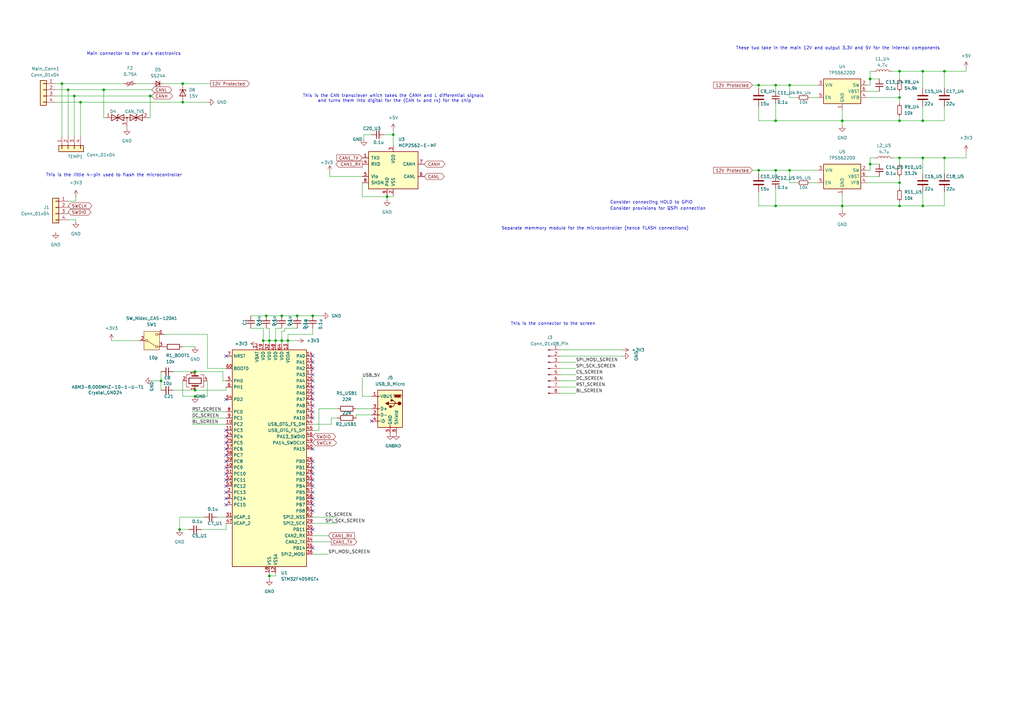
<source format=kicad_sch>
(kicad_sch (version 20231120) (generator "eeschema") (generator_version "8.0")
  (paper "A3")
  (lib_symbols
    (symbol "Connector:Conn_01x08_Pin" (pin_names (offset 1.016) hide)
      (property "Reference" "J" (at 0 10.16 0))
      (property "Value" "Conn_01x08_Pin" (at 0 -12.7 0))
      (symbol "Conn_01x08_Pin_1_1"
        (pin passive line (at 5.08 7.62 180) (length 3.81) (name "Pin_1") (number "1"))
        (pin passive line (at 5.08 5.08 180) (length 3.81) (name "Pin_2") (number "2"))
        (pin passive line (at 5.08 2.54 180) (length 3.81) (name "Pin_3") (number "3"))
        (pin passive line (at 5.08 0 180) (length 3.81) (name "Pin_4") (number "4"))
        (pin passive line (at 5.08 -2.54 180) (length 3.81) (name "Pin_5") (number "5"))
        (pin passive line (at 5.08 -5.08 180) (length 3.81) (name "Pin_6") (number "6"))
        (pin passive line (at 5.08 -7.62 180) (length 3.81) (name "Pin_7") (number "7"))
        (pin passive line (at 5.08 -10.16 180) (length 3.81) (name "Pin_8") (number "8"))
      )
    )
    (symbol "Connector:USB_B_Micro" (pin_names (offset 1.016))
      (property "Reference" "J" (at -5.08 11.43 0))
      (property "Value" "USB_B_Micro" (at -5.08 8.89 0))
      (symbol "USB_B_Micro_1_1"
        (pin power_out line (at 7.62 5.08 180) (length 2.54) (name "VBUS") (number "1"))
        (pin bidirectional line (at 7.62 -2.54 180) (length 2.54) (name "D-") (number "2"))
        (pin bidirectional line (at 7.62 0 180) (length 2.54) (name "D+") (number "3"))
        (pin passive line (at 7.62 -5.08 180) (length 2.54) (name "ID") (number "4"))
        (pin power_out line (at 0 -10.16 90) (length 2.54) (name "GND") (number "5"))
        (pin passive line (at -2.54 -10.16 90) (length 2.54) (name "Shield") (number "6"))
      )
    )
    (symbol "Connector_Generic:Conn_01x04" (pin_names (offset 1.016) hide)
      (property "Reference" "J" (at 0 5.08 0))
      (property "Value" "Conn_01x04" (at 0 -7.62 0))
      (symbol "Conn_01x04_1_1"
        (pin passive line (at -5.08 2.54 0) (length 3.81) (name "Pin_1") (number "1"))
        (pin passive line (at -5.08 0 0) (length 3.81) (name "Pin_2") (number "2"))
        (pin passive line (at -5.08 -2.54 0) (length 3.81) (name "Pin_3") (number "3"))
        (pin passive line (at -5.08 -5.08 0) (length 3.81) (name "Pin_4") (number "4"))
      )
    )
    (symbol "Device:C" (pin_numbers hide) (pin_names (offset 0.254))
      (property "Reference" "C" (at 0.635 2.54 0))
      (property "Value" "C" (at 0.635 -2.54 0))
      (symbol "C_1_1"
        (pin passive line (at 0 3.81 270) (length 2.794) (name "~") (number "1"))
        (pin passive line (at 0 -3.81 90) (length 2.794) (name "~") (number "2"))
      )
    )
    (symbol "Device:C_Small" (pin_numbers hide) (pin_names (offset 0.254) hide)
      (property "Reference" "C" (at 0.254 1.778 0))
      (property "Value" "C_Small" (at 0.254 -2.032 0))
      (symbol "C_Small_1_1"
        (pin passive line (at 0 2.54 270) (length 2.032) (name "~") (number "1"))
        (pin passive line (at 0 -2.54 90) (length 2.032) (name "~") (number "2"))
      )
    )
    (symbol "Device:Crystal_GND24" (pin_names (offset 1.016) hide)
      (property "Reference" "Y" (at 3.175 5.08 0))
      (property "Value" "Crystal_GND24" (at 3.175 3.175 0))
      (symbol "Crystal_GND24_1_1"
        (pin passive line (at -3.81 0 0) (length 1.27) (name "1") (number "1"))
        (pin passive line (at 0 5.08 270) (length 1.27) (name "2") (number "2"))
        (pin passive line (at 3.81 0 180) (length 1.27) (name "3") (number "3"))
        (pin passive line (at 0 -5.08 90) (length 1.27) (name "4") (number "4"))
      )
    )
    (symbol "Device:D_Small" (pin_numbers hide) (pin_names (offset 0.254) hide)
      (property "Reference" "D" (at -1.27 2.032 0))
      (property "Value" "D_Small" (at -3.81 -2.032 0))
      (symbol "D_Small_1_1"
        (pin passive line (at -2.54 0 0) (length 1.778) (name "K") (number "1"))
        (pin passive line (at 2.54 0 180) (length 1.778) (name "A") (number "2"))
      )
    )
    (symbol "Device:D_TVS_Dual_AAC" (pin_names (offset 1.016) hide)
      (property "Reference" "D" (at 0 4.445 0))
      (property "Value" "D_TVS_Dual_AAC" (at 0 2.54 0))
      (symbol "D_TVS_Dual_AAC_1_1"
        (pin passive line (at -8.89 0 0) (length 2.54) (name "A1") (number "1"))
        (pin passive line (at 8.89 0 180) (length 2.54) (name "A2") (number "2"))
        (pin input line (at 0 -3.81 90) (length 2.54) (name "common") (number "3"))
      )
    )
    (symbol "Device:D_Zener" (pin_numbers hide) (pin_names (offset 1.016) hide)
      (property "Reference" "D" (at 0 2.54 0))
      (property "Value" "D_Zener" (at 0 -2.54 0))
      (symbol "D_Zener_1_1"
        (pin passive line (at -3.81 0 0) (length 2.54) (name "K") (number "1"))
        (pin passive line (at 3.81 0 180) (length 2.54) (name "A") (number "2"))
      )
    )
    (symbol "Device:L" (pin_numbers hide) (pin_names (offset 1.016) hide)
      (property "Reference" "L" (at -1.27 0 90))
      (property "Value" "L" (at 1.905 0 90))
      (symbol "L_1_1"
        (pin passive line (at 0 3.81 270) (length 1.27) (name "1") (number "1"))
        (pin passive line (at 0 -3.81 90) (length 1.27) (name "2") (number "2"))
      )
    )
    (symbol "Device:Polyfuse_Small" (pin_numbers hide) (pin_names (offset 0))
      (property "Reference" "F" (at -1.905 0 90))
      (property "Value" "Polyfuse_Small" (at 1.905 0 90))
      (symbol "Polyfuse_Small_1_1"
        (pin passive line (at 0 2.54 270) (length 0.635) (name "~") (number "1"))
        (pin passive line (at 0 -2.54 90) (length 0.635) (name "~") (number "2"))
      )
    )
    (symbol "Device:R" (pin_numbers hide) (pin_names (offset 0))
      (property "Reference" "R" (at 2.032 0 90))
      (property "Value" "R" (at 0 0 90))
      (symbol "R_1_1"
        (pin passive line (at 0 3.81 270) (length 1.27) (name "~") (number "1"))
        (pin passive line (at 0 -3.81 90) (length 1.27) (name "~") (number "2"))
      )
    )
    (symbol "Device:R_Small" (pin_numbers hide) (pin_names (offset 0.254) hide)
      (property "Reference" "R" (at 0.762 0.508 0))
      (property "Value" "R_Small" (at 0.762 -1.016 0))
      (symbol "R_Small_1_1"
        (pin passive line (at 0 2.54 270) (length 0.762) (name "~") (number "1"))
        (pin passive line (at 0 -2.54 90) (length 0.762) (name "~") (number "2"))
      )
    )
    (symbol "Interface_CAN_LIN:MCP2562-E-MF" (pin_names (offset 1.016))
      (property "Reference" "U" (at -10.16 8.89 0))
      (property "Value" "MCP2562-E-MF" (at 2.54 8.89 0))
      (symbol "MCP2562-E-MF_1_1"
        (pin input line (at -12.7 5.08 0) (length 2.54) (name "TXD") (number "1"))
        (pin power_in line (at 0 -10.16 90) (length 2.54) (name "VSS") (number "2"))
        (pin power_in line (at 0 10.16 270) (length 2.54) (name "VDD") (number "3"))
        (pin output line (at -12.7 2.54 0) (length 2.54) (name "RXD") (number "4"))
        (pin power_in line (at -12.7 -2.54 0) (length 2.54) (name "Vio") (number "5"))
        (pin bidirectional line (at 12.7 -2.54 180) (length 2.54) (name "CANL") (number "6"))
        (pin bidirectional line (at 12.7 2.54 180) (length 2.54) (name "CANH") (number "7"))
        (pin input line (at -12.7 -5.08 0) (length 2.54) (name "SHDN") (number "8"))
        (pin power_in line (at -2.54 -10.16 90) (length 2.54) (name "PAD") (number "9"))
      )
    )
    (symbol "MCU_ST_STM32F4:STM32F405RGTx"
      (property "Reference" "U1" (at 4.7341 -45.72 0))
      (property "Value" "STM32F405RGTx" (at 4.7341 -48.26 0))
      (symbol "STM32F405RGTx_1_1"
        (pin power_in line (at -5.08 48.26 270) (length 2.54) (name "VBAT") (number "1"))
        (pin bidirectional line (at -17.78 15.24 0) (length 2.54) (name "PC2") (number "10"))
        (pin bidirectional line (at -17.78 12.7 0) (length 2.54) (name "PC3") (number "11") (alternate "SPI2_MOSI" bidirectional line))
        (pin power_in line (at 2.54 -45.72 90) (length 2.54) (name "VSSA") (number "12"))
        (pin power_in line (at 7.62 48.26 270) (length 2.54) (name "VDDA") (number "13"))
        (pin bidirectional line (at 17.78 43.18 180) (length 2.54) (name "PA0") (number "14"))
        (pin bidirectional line (at 17.78 40.64 180) (length 2.54) (name "PA1") (number "15"))
        (pin bidirectional line (at 17.78 38.1 180) (length 2.54) (name "PA2") (number "16"))
        (pin bidirectional line (at 17.78 35.56 180) (length 2.54) (name "PA3") (number "17"))
        (pin power_in line (at 0 -45.72 90) (length 2.54) (name "VSS") (number "18"))
        (pin power_in line (at -2.54 48.26 270) (length 2.54) (name "VDD") (number "19"))
        (pin bidirectional line (at -17.78 -12.7 0) (length 2.54) (name "PC13") (number "2"))
        (pin bidirectional line (at 17.78 33.02 180) (length 2.54) (name "PA4") (number "20") (alternate "" input line) (alternate "" input line))
        (pin bidirectional line (at 17.78 30.48 180) (length 2.54) (name "PA5") (number "21"))
        (pin bidirectional line (at 17.78 27.94 180) (length 2.54) (name "PA6") (number "22"))
        (pin bidirectional line (at 17.78 25.4 180) (length 2.54) (name "PA7") (number "23"))
        (pin bidirectional line (at -17.78 10.16 0) (length 2.54) (name "PC4") (number "24"))
        (pin bidirectional line (at -17.78 7.62 0) (length 2.54) (name "PC5") (number "25"))
        (pin bidirectional line (at 17.78 0 180) (length 2.54) (name "PB0") (number "26"))
        (pin bidirectional line (at 17.78 -2.54 180) (length 2.54) (name "PB1") (number "27"))
        (pin bidirectional line (at 17.78 -5.08 180) (length 2.54) (name "PB2") (number "28"))
        (pin bidirectional line (at 17.78 -25.4 180) (length 2.54) (name "PB10") (number "29") (alternate "SPI2_SCK" bidirectional line))
        (pin bidirectional line (at -17.78 -15.24 0) (length 2.54) (name "PC14") (number "3"))
        (pin bidirectional line (at 17.78 -27.94 180) (length 2.54) (name "PB11") (number "30"))
        (pin power_out line (at -17.78 -22.86 0) (length 2.54) (name "VCAP_1") (number "31"))
        (pin power_in line (at 0 48.26 270) (length 2.54) (name "VDD") (number "32"))
        (pin bidirectional line (at 17.78 -30.48 180) (length 2.54) (name "PB12") (number "33") (alternate "CAN2_RX" bidirectional line) (alternate "SPI2_NSS" bidirectional line))
        (pin bidirectional line (at 17.78 -33.02 180) (length 2.54) (name "PB13") (number "34") (alternate "CAN2_TX" bidirectional line) (alternate "SPI2_SCK" bidirectional line))
        (pin bidirectional line (at 17.78 -35.56 180) (length 2.54) (name "PB14") (number "35"))
        (pin bidirectional line (at 17.78 -38.1 180) (length 2.54) (name "PB15") (number "36") (alternate "SPI2_MOSI" bidirectional line))
        (pin bidirectional line (at -17.78 5.08 0) (length 2.54) (name "PC6") (number "37"))
        (pin bidirectional line (at -17.78 2.54 0) (length 2.54) (name "PC7") (number "38"))
        (pin bidirectional line (at -17.78 0 0) (length 2.54) (name "PC8") (number "39"))
        (pin bidirectional line (at -17.78 -17.78 0) (length 2.54) (name "PC15") (number "4"))
        (pin bidirectional line (at -17.78 -2.54 0) (length 2.54) (name "PC9") (number "40"))
        (pin bidirectional line (at 17.78 22.86 180) (length 2.54) (name "PA8") (number "41"))
        (pin bidirectional line (at 17.78 20.32 180) (length 2.54) (name "PA9") (number "42"))
        (pin bidirectional line (at 17.78 17.78 180) (length 2.54) (name "PA10") (number "43"))
        (pin bidirectional line (at 17.78 15.24 180) (length 2.54) (name "PA11") (number "44") (alternate "USB_OTG_FS_DM" bidirectional line))
        (pin bidirectional line (at 17.78 12.7 180) (length 2.54) (name "PA12") (number "45") (alternate "USB_OTG_FS_DP" bidirectional line))
        (pin bidirectional line (at 17.78 10.16 180) (length 2.54) (name "PA13_SWDIO") (number "46"))
        (pin power_out line (at -17.78 -25.4 0) (length 2.54) (name "VCAP_2") (number "47"))
        (pin power_in line (at 2.54 48.26 270) (length 2.54) (name "VDD") (number "48"))
        (pin bidirectional line (at 17.78 7.62 180) (length 2.54) (name "PA14_SWDCLK") (number "49"))
        (pin bidirectional line (at -17.78 33.02 0) (length 2.54) (name "PH0") (number "5"))
        (pin bidirectional line (at 17.78 5.08 180) (length 2.54) (name "PA15") (number "50"))
        (pin bidirectional line (at -17.78 -5.08 0) (length 2.54) (name "PC10") (number "51"))
        (pin bidirectional line (at -17.78 -7.62 0) (length 2.54) (name "PC11") (number "52"))
        (pin bidirectional line (at -17.78 -10.16 0) (length 2.54) (name "PC12") (number "53"))
        (pin bidirectional line (at -17.78 25.4 0) (length 2.54) (name "PD2") (number "54"))
        (pin bidirectional line (at 17.78 -7.62 180) (length 2.54) (name "PB3") (number "55") (alternate "" input line))
        (pin bidirectional line (at 17.78 -10.16 180) (length 2.54) (name "PB4") (number "56") (alternate "" input line) (alternate "" input line))
        (pin bidirectional line (at 17.78 -12.7 180) (length 2.54) (name "PB5") (number "57") (alternate "CAN2_RX" bidirectional line) (alternate "" input line))
        (pin bidirectional line (at 17.78 -15.24 180) (length 2.54) (name "PB6") (number "58") (alternate "CAN2_TX" bidirectional line))
        (pin bidirectional line (at 17.78 -17.78 180) (length 2.54) (name "PB7") (number "59"))
        (pin bidirectional line (at -17.78 30.48 0) (length 2.54) (name "PH1") (number "6"))
        (pin input line (at -17.78 38.1 0) (length 2.54) (name "BOOT0") (number "60"))
        (pin bidirectional line (at 17.78 -20.32 180) (length 2.54) (name "PB8") (number "61"))
        (pin bidirectional line (at 17.78 -22.86 180) (length 2.54) (name "PB9") (number "62") (alternate "SPI2_NSS" bidirectional line))
        (pin passive line (at 0 -45.72 90) (length 2.54) hide (name "VSS") (number "63"))
        (pin power_in line (at 5.08 48.26 270) (length 2.54) (name "VDD") (number "64"))
        (pin input line (at -17.78 43.18 0) (length 2.54) (name "NRST") (number "7"))
        (pin bidirectional line (at -17.78 20.32 0) (length 2.54) (name "PC0") (number "8"))
        (pin bidirectional line (at -17.78 17.78 0) (length 2.54) (name "PC1") (number "9"))
      )
    )
    (symbol "Regulator_Switching:TPS562200"
      (property "Reference" "U" (at -7.62 6.35 0))
      (property "Value" "TPS562200" (at -2.54 6.35 0))
      (symbol "TPS562200_1_1"
        (pin power_in line (at 0 -7.62 90) (length 2.54) (name "GND") (number "1"))
        (pin output line (at 10.16 2.54 180) (length 2.54) (name "SW") (number "2"))
        (pin power_in line (at -10.16 2.54 0) (length 2.54) (name "VIN") (number "3"))
        (pin input line (at 10.16 -2.54 180) (length 2.54) (name "VFB") (number "4"))
        (pin input line (at -10.16 -2.54 0) (length 2.54) (name "EN") (number "5"))
        (pin passive line (at 10.16 0 180) (length 2.54) (name "VBST") (number "6"))
      )
    )
    (symbol "Switch:SW_Nidec_CAS-120A1" (pin_names (offset 1) hide)
      (property "Reference" "SW" (at 0 4.318 0))
      (property "Value" "SW_Nidec_CAS-120A1" (at 0 -5.08 0))
      (symbol "SW_Nidec_CAS-120A1_1_1"
        (pin passive line (at 5.08 -2.54 180) (length 2.54) (name "C") (number "1"))
        (pin passive line (at -5.08 0 0) (length 2.54) (name "B") (number "2"))
        (pin passive line (at 5.08 2.54 180) (length 2.54) (name "A") (number "3"))
      )
    )
    (symbol "power:+3.3V" (power) (pin_names (offset 0))
      (property "Value" "+3.3V" (at 0 3.556 0))
      (symbol "+3.3V_1_1"
        (pin power_in line (at 0 0 90) (length 0) hide (name "+3V3") (number "1"))
      )
    )
    (symbol "power:+5V" (power) (pin_names (offset 0))
      (property "Value" "+5V" (at 0 3.556 0))
      (symbol "+5V_1_1"
        (pin power_in line (at 0 0 90) (length 0) hide (name "+5V") (number "1"))
      )
    )
    (symbol "power:GND" (power) (pin_names (offset 0))
      (property "Value" "GND" (at 0 -3.81 0))
      (symbol "GND_1_1"
        (pin power_in line (at 0 0 270) (length 0) hide (name "GND") (number "1"))
      )
    )
  )
  (junction (at 318.135 49.53))
  (junction (at 311.15 69.85))
  (junction (at 387.35 29.21))
  (junction (at 25.4 34.29))
  (junction (at 356.87 32.385))
  (junction (at 27.94 36.83))
  (junction (at 73.66 217.17))
  (junction (at 74.93 34.29))
  (junction (at 121.92 129.54))
  (junction (at 128.27 129.54))
  (junction (at 109.22 129.54))
  (junction (at 378.46 49.53))
  (junction (at 110.49 236.22))
  (junction (at 356.87 67.31))
  (junction (at 368.935 29.21))
  (junction (at 323.85 34.925))
  (junction (at 115.57 129.54))
  (junction (at 368.935 49.53))
  (junction (at 61.595 39.37))
  (junction (at 80.01 152.4))
  (junction (at 74.93 41.91))
  (junction (at 66.04 156.21))
  (junction (at 107.95 139.7))
  (junction (at 368.935 40.005))
  (junction (at 42.545 36.83))
  (junction (at 110.49 139.7))
  (junction (at 378.46 29.21))
  (junction (at 311.15 34.925))
  (junction (at 115.57 139.7))
  (junction (at 345.44 84.455))
  (junction (at 80.01 162.56))
  (junction (at 378.46 64.77))
  (junction (at 161.29 55.245))
  (junction (at 318.135 69.85))
  (junction (at 80.01 160.02))
  (junction (at 318.135 34.925))
  (junction (at 158.75 80.645))
  (junction (at 368.935 74.93))
  (junction (at 33.02 41.91))
  (junction (at 118.11 139.7))
  (junction (at 345.44 49.53))
  (junction (at 368.935 84.455))
  (junction (at 387.35 64.77))
  (junction (at 368.935 64.77))
  (junction (at 30.48 39.37))
  (junction (at 113.03 139.7))
  (junction (at 318.135 84.455))
  (junction (at 323.85 69.85))
  (junction (at 378.46 84.455))
  (no_connect (at 92.71 196.85))
  (no_connect (at 128.27 207.01))
  (no_connect (at 92.71 204.47))
  (no_connect (at 128.27 171.45))
  (no_connect (at 92.71 146.05))
  (no_connect (at 128.27 153.67))
  (no_connect (at 128.27 148.59))
  (no_connect (at 128.27 217.17))
  (no_connect (at 128.27 156.21))
  (no_connect (at 128.27 151.13))
  (no_connect (at 92.71 199.39))
  (no_connect (at 128.27 163.83))
  (no_connect (at 128.27 189.23))
  (no_connect (at 128.27 224.79))
  (no_connect (at 92.71 176.53))
  (no_connect (at 92.71 186.69))
  (no_connect (at 128.27 191.77))
  (no_connect (at 128.27 199.39))
  (no_connect (at 92.71 189.23))
  (no_connect (at 128.27 194.31))
  (no_connect (at 92.71 179.07))
  (no_connect (at 92.71 207.01))
  (no_connect (at 92.71 191.77))
  (no_connect (at 92.71 163.83))
  (no_connect (at 128.27 209.55))
  (no_connect (at 128.27 184.15))
  (no_connect (at 128.27 158.75))
  (no_connect (at 128.27 201.93))
  (no_connect (at 92.71 181.61))
  (no_connect (at 128.27 146.05))
  (no_connect (at 128.27 204.47))
  (no_connect (at 128.27 166.37))
  (no_connect (at 92.71 194.31))
  (no_connect (at 92.71 201.93))
  (no_connect (at 128.27 196.85))
  (no_connect (at 152.4 172.72))
  (no_connect (at 92.71 184.15))
  (no_connect (at 128.27 168.91))
  (no_connect (at 128.27 161.29))
  (wire (pts (xy 378.46 64.77) (xy 387.35 64.77)))
  (wire (pts (xy 22.86 36.83) (xy 27.94 36.83)))
  (wire (pts (xy 66.04 156.21) (xy 66.04 160.02)))
  (wire (pts (xy 161.29 80.645) (xy 161.29 80.01)))
  (wire (pts (xy 148.59 154.94) (xy 148.59 162.56)))
  (wire (pts (xy 229.87 148.59) (xy 236.22 148.59)))
  (wire (pts (xy 146.05 170.18) (xy 146.05 171.45)))
  (wire (pts (xy 378.46 29.21) (xy 378.46 36.195)))
  (wire (pts (xy 387.35 29.21) (xy 387.35 36.195)))
  (wire (pts (xy 396.24 27.94) (xy 396.24 29.21)))
  (wire (pts (xy 387.35 49.53) (xy 387.35 43.815)))
  (wire (pts (xy 318.135 69.85) (xy 323.85 69.85)))
  (wire (pts (xy 110.49 236.22) (xy 110.49 237.49)))
  (wire (pts (xy 355.6 74.93) (xy 368.935 74.93)))
  (wire (pts (xy 52.07 52.07) (xy 52.07 52.705)))
  (wire (pts (xy 158.75 80.645) (xy 158.75 81.915)))
  (wire (pts (xy 74.93 142.24) (xy 80.01 142.24)))
  (wire (pts (xy 311.15 34.925) (xy 311.15 36.195)))
  (wire (pts (xy 107.95 139.7) (xy 110.49 139.7)))
  (wire (pts (xy 365.76 29.21) (xy 368.935 29.21)))
  (wire (pts (xy 135.255 70.485) (xy 135.255 72.39)))
  (wire (pts (xy 355.6 40.005) (xy 368.935 40.005)))
  (wire (pts (xy 66.04 152.4) (xy 66.04 156.21)))
  (wire (pts (xy 318.135 34.925) (xy 318.135 37.465)))
  (wire (pts (xy 116.84 135.89) (xy 115.57 135.89)))
  (wire (pts (xy 27.94 85.09) (xy 27.94 84.455)))
  (wire (pts (xy 74.93 162.56) (xy 80.01 162.56)))
  (wire (pts (xy 110.49 234.95) (xy 110.49 236.22)))
  (wire (pts (xy 149.225 57.15) (xy 149.225 55.245)))
  (wire (pts (xy 110.49 139.7) (xy 110.49 140.97)))
  (wire (pts (xy 311.15 49.53) (xy 318.135 49.53)))
  (wire (pts (xy 113.03 236.22) (xy 113.03 234.95)))
  (wire (pts (xy 88.9 212.09) (xy 92.71 212.09)))
  (wire (pts (xy 92.71 151.13) (xy 85.09 151.13)))
  (wire (pts (xy 115.57 139.7) (xy 115.57 140.97)))
  (wire (pts (xy 107.95 139.7) (xy 107.95 140.97)))
  (wire (pts (xy 146.05 167.64) (xy 152.4 167.64)))
  (wire (pts (xy 25.4 34.29) (xy 50.8 34.29)))
  (wire (pts (xy 318.135 84.455) (xy 345.44 84.455)))
  (wire (pts (xy 91.44 156.21) (xy 92.71 156.21)))
  (wire (pts (xy 318.135 77.47) (xy 318.135 84.455)))
  (wire (pts (xy 396.24 62.23) (xy 396.24 64.77)))
  (wire (pts (xy 345.44 49.53) (xy 368.935 49.53)))
  (wire (pts (xy 135.89 222.25) (xy 128.27 222.25)))
  (wire (pts (xy 113.03 139.7) (xy 115.57 139.7)))
  (wire (pts (xy 396.24 29.21) (xy 387.35 29.21)))
  (wire (pts (xy 368.935 40.005) (xy 368.935 42.545)))
  (wire (pts (xy 78.74 171.45) (xy 92.71 171.45)))
  (wire (pts (xy 311.15 84.455) (xy 318.135 84.455)))
  (wire (pts (xy 128.27 134.62) (xy 128.27 137.16)))
  (wire (pts (xy 80.01 152.4) (xy 91.44 152.4)))
  (wire (pts (xy 311.15 34.925) (xy 318.135 34.925)))
  (wire (pts (xy 356.87 32.385) (xy 356.87 29.21)))
  (wire (pts (xy 229.87 156.21) (xy 236.22 156.21)))
  (wire (pts (xy 135.89 171.45) (xy 135.89 173.99)))
  (wire (pts (xy 27.94 82.55) (xy 31.115 82.55)))
  (wire (pts (xy 110.49 139.7) (xy 113.03 139.7)))
  (wire (pts (xy 368.935 72.39) (xy 368.935 74.93)))
  (wire (pts (xy 31.115 90.17) (xy 27.94 90.17)))
  (wire (pts (xy 118.11 137.16) (xy 118.11 139.7)))
  (wire (pts (xy 396.24 64.77) (xy 387.35 64.77)))
  (wire (pts (xy 368.935 82.55) (xy 368.935 84.455)))
  (wire (pts (xy 368.935 29.21) (xy 368.935 32.385)))
  (wire (pts (xy 229.87 143.51) (xy 255.27 143.51)))
  (wire (pts (xy 115.57 129.54) (xy 121.92 129.54)))
  (wire (pts (xy 148.59 162.56) (xy 152.4 162.56)))
  (wire (pts (xy 71.12 160.02) (xy 80.01 160.02)))
  (wire (pts (xy 135.89 171.45) (xy 138.43 171.45)))
  (wire (pts (xy 128.27 214.63) (xy 138.43 214.63)))
  (wire (pts (xy 356.87 32.385) (xy 356.87 34.925)))
  (wire (pts (xy 157.48 55.245) (xy 161.29 55.245)))
  (wire (pts (xy 387.35 84.455) (xy 387.35 78.74)))
  (wire (pts (xy 67.31 34.29) (xy 74.93 34.29)))
  (wire (pts (xy 378.46 71.12) (xy 378.46 64.77)))
  (wire (pts (xy 130.81 167.64) (xy 130.81 176.53)))
  (wire (pts (xy 27.94 36.83) (xy 27.94 55.88)))
  (wire (pts (xy 138.43 167.64) (xy 130.81 167.64)))
  (wire (pts (xy 128.27 137.16) (xy 118.11 137.16)))
  (wire (pts (xy 110.49 236.22) (xy 113.03 236.22)))
  (wire (pts (xy 30.48 39.37) (xy 61.595 39.37)))
  (wire (pts (xy 378.46 84.455) (xy 387.35 84.455)))
  (wire (pts (xy 55.88 34.29) (xy 62.23 34.29)))
  (wire (pts (xy 229.87 158.75) (xy 236.22 158.75)))
  (wire (pts (xy 135.89 173.99) (xy 128.27 173.99)))
  (wire (pts (xy 134.62 219.71) (xy 128.27 219.71)))
  (wire (pts (xy 107.95 134.62) (xy 107.95 139.7)))
  (wire (pts (xy 356.87 67.31) (xy 360.68 67.31)))
  (wire (pts (xy 73.66 212.09) (xy 73.66 217.17)))
  (wire (pts (xy 355.6 34.925) (xy 356.87 34.925)))
  (wire (pts (xy 355.6 69.85) (xy 356.87 69.85)))
  (wire (pts (xy 378.46 78.74) (xy 378.46 84.455)))
  (wire (pts (xy 71.12 152.4) (xy 80.01 152.4)))
  (wire (pts (xy 368.935 74.93) (xy 368.935 77.47)))
  (wire (pts (xy 308.61 69.85) (xy 311.15 69.85)))
  (wire (pts (xy 318.135 42.545) (xy 318.135 49.53)))
  (wire (pts (xy 85.09 137.16) (xy 67.31 137.16)))
  (wire (pts (xy 85.09 162.56) (xy 85.09 156.21)))
  (wire (pts (xy 327.025 40.005) (xy 323.85 40.005)))
  (wire (pts (xy 91.44 152.4) (xy 91.44 156.21)))
  (wire (pts (xy 33.02 55.88) (xy 33.02 41.91)))
  (wire (pts (xy 74.93 41.91) (xy 85.09 41.91)))
  (wire (pts (xy 80.01 162.56) (xy 85.09 162.56)))
  (wire (pts (xy 113.03 139.7) (xy 113.03 140.97)))
  (wire (pts (xy 148.59 74.93) (xy 148.59 80.645)))
  (wire (pts (xy 356.87 67.31) (xy 356.87 64.77)))
  (wire (pts (xy 130.81 176.53) (xy 128.27 176.53)))
  (wire (pts (xy 22.86 34.29) (xy 25.4 34.29)))
  (wire (pts (xy 45.72 139.7) (xy 57.15 139.7)))
  (wire (pts (xy 345.44 49.53) (xy 345.44 51.435)))
  (wire (pts (xy 368.935 64.77) (xy 368.935 67.31)))
  (wire (pts (xy 22.86 39.37) (xy 30.48 39.37)))
  (wire (pts (xy 92.71 160.02) (xy 92.71 158.75)))
  (wire (pts (xy 368.935 84.455) (xy 378.46 84.455)))
  (wire (pts (xy 115.57 139.7) (xy 118.11 139.7)))
  (wire (pts (xy 128.27 212.09) (xy 138.43 212.09)))
  (wire (pts (xy 27.94 36.83) (xy 42.545 36.83)))
  (wire (pts (xy 61.595 48.26) (xy 61.595 39.37)))
  (wire (pts (xy 42.545 36.83) (xy 42.545 48.26)))
  (wire (pts (xy 229.87 153.67) (xy 236.22 153.67)))
  (wire (pts (xy 387.35 64.77) (xy 387.35 71.12)))
  (wire (pts (xy 318.135 69.85) (xy 318.135 72.39)))
  (wire (pts (xy 378.46 64.77) (xy 368.935 64.77)))
  (wire (pts (xy 33.02 41.91) (xy 74.93 41.91)))
  (wire (pts (xy 80.01 160.02) (xy 92.71 160.02)))
  (wire (pts (xy 128.27 129.54) (xy 132.08 129.54)))
  (wire (pts (xy 113.03 134.62) (xy 113.03 139.7)))
  (wire (pts (xy 323.85 69.85) (xy 335.28 69.85)))
  (wire (pts (xy 82.55 217.17) (xy 92.71 217.17)))
  (wire (pts (xy 311.15 69.85) (xy 311.15 71.12)))
  (wire (pts (xy 308.61 34.925) (xy 311.15 34.925)))
  (wire (pts (xy 311.15 34.29) (xy 311.15 34.925)))
  (wire (pts (xy 31.115 82.55) (xy 31.115 80.645)))
  (wire (pts (xy 62.23 36.83) (xy 42.545 36.83)))
  (wire (pts (xy 323.85 40.005) (xy 323.85 34.925)))
  (wire (pts (xy 368.935 49.53) (xy 378.46 49.53)))
  (wire (pts (xy 323.85 74.93) (xy 323.85 69.85)))
  (wire (pts (xy 78.74 168.91) (xy 92.71 168.91)))
  (wire (pts (xy 311.15 69.85) (xy 318.135 69.85)))
  (wire (pts (xy 229.87 161.29) (xy 236.22 161.29)))
  (wire (pts (xy 311.15 78.74) (xy 311.15 84.455)))
  (wire (pts (xy 318.135 49.53) (xy 345.44 49.53)))
  (wire (pts (xy 345.44 45.085) (xy 345.44 49.53)))
  (wire (pts (xy 332.105 40.005) (xy 335.28 40.005)))
  (wire (pts (xy 62.23 39.37) (xy 61.595 39.37)))
  (wire (pts (xy 73.66 217.17) (xy 77.47 217.17)))
  (wire (pts (xy 368.935 37.465) (xy 368.935 40.005)))
  (wire (pts (xy 356.87 32.385) (xy 360.68 32.385)))
  (wire (pts (xy 323.85 34.925) (xy 335.28 34.925)))
  (wire (pts (xy 92.71 214.63) (xy 92.71 217.17)))
  (wire (pts (xy 110.49 134.62) (xy 110.49 139.7)))
  (wire (pts (xy 115.57 135.89) (xy 115.57 139.7)))
  (wire (pts (xy 355.6 37.465) (xy 360.68 37.465)))
  (wire (pts (xy 161.29 55.245) (xy 161.29 59.69)))
  (wire (pts (xy 368.935 29.21) (xy 378.46 29.21)))
  (wire (pts (xy 149.225 55.245) (xy 152.4 55.245)))
  (wire (pts (xy 356.87 67.31) (xy 356.87 69.85)))
  (wire (pts (xy 311.15 43.815) (xy 311.15 49.53)))
  (wire (pts (xy 356.87 29.21) (xy 358.14 29.21)))
  (wire (pts (xy 356.87 64.77) (xy 358.775 64.77)))
  (wire (pts (xy 327.025 74.93) (xy 323.85 74.93)))
  (wire (pts (xy 229.87 146.05) (xy 255.27 146.05)))
  (wire (pts (xy 128.27 227.33) (xy 134.62 227.33)))
  (wire (pts (xy 345.44 80.01) (xy 345.44 84.455)))
  (wire (pts (xy 229.87 151.13) (xy 236.22 151.13)))
  (wire (pts (xy 115.57 134.62) (xy 113.03 134.62)))
  (wire (pts (xy 148.59 80.645) (xy 158.75 80.645)))
  (wire (pts (xy 60.96 48.26) (xy 61.595 48.26)))
  (wire (pts (xy 366.395 64.77) (xy 368.935 64.77)))
  (wire (pts (xy 62.23 156.21) (xy 66.04 156.21)))
  (wire (pts (xy 85.09 151.13) (xy 85.09 137.16)))
  (wire (pts (xy 78.74 173.99) (xy 92.71 173.99)))
  (wire (pts (xy 158.75 80.01) (xy 158.75 80.645)))
  (wire (pts (xy 116.84 134.62) (xy 116.84 135.89)))
  (wire (pts (xy 161.29 53.34) (xy 161.29 55.245)))
  (wire (pts (xy 121.92 134.62) (xy 116.84 134.62)))
  (wire (pts (xy 30.48 39.37) (xy 30.48 55.88)))
  (wire (pts (xy 22.86 41.91) (xy 33.02 41.91)))
  (wire (pts (xy 332.105 74.93) (xy 335.28 74.93)))
  (wire (pts (xy 378.46 49.53) (xy 387.35 49.53)))
  (wire (pts (xy 318.135 34.925) (xy 323.85 34.925)))
  (wire (pts (xy 345.44 84.455) (xy 345.44 86.36)))
  (wire (pts (xy 135.255 72.39) (xy 148.59 72.39)))
  (wire (pts (xy 74.93 34.29) (xy 86.36 34.29)))
  (wire (pts (xy 25.4 34.29) (xy 25.4 55.88)))
  (wire (pts (xy 43.18 48.26) (xy 42.545 48.26)))
  (wire (pts (xy 110.49 134.62) (xy 109.22 134.62)))
  (wire (pts (xy 74.93 156.21) (xy 74.93 162.56)))
  (wire (pts (xy 355.6 72.39) (xy 360.68 72.39)))
  (wire (pts (xy 121.92 129.54) (xy 128.27 129.54)))
  (wire (pts (xy 152.4 170.18) (xy 146.05 170.18)))
  (wire (pts (xy 378.46 29.21) (xy 387.35 29.21)))
  (wire (pts (xy 27.94 87.63) (xy 27.94 86.995)))
  (wire (pts (xy 158.75 80.645) (xy 161.29 80.645)))
  (wire (pts (xy 31.115 90.805) (xy 31.115 90.17)))
  (wire (pts (xy 345.44 84.455) (xy 368.935 84.455)))
  (wire (pts (xy 368.935 47.625) (xy 368.935 49.53)))
  (wire (pts (xy 109.22 129.54) (xy 115.57 129.54)))
  (wire (pts (xy 378.46 43.815) (xy 378.46 49.53)))
  (wire (pts (xy 102.87 129.54) (xy 109.22 129.54)))
  (wire (pts (xy 102.87 134.62) (xy 107.95 134.62)))
  (wire (pts (xy 83.82 212.09) (xy 73.66 212.09)))
  (wire (pts (xy 118.11 139.7) (xy 118.11 140.97)))
  (wire (pts (xy 118.11 139.7) (xy 121.92 139.7)))
  (text "These two take in the main 12V and output 3.3V and 5V for the internal components" (at 343.662 19.812 0) (effects (font (size 1.27 1.27))))
  (text "Consider connecting HOLD to GPIO" (at 250.19 83.82 0) (effects (font (size 1.27 1.27)) (justify left bottom)))
  (text "This is the connector to the screen\n" (at 226.822 132.842 0) (effects (font (size 1.27 1.27))))
  (text "Separate memmory module for the microcontroller (hence FLASH connections)" (at 244.094 93.726 0) (effects (font (size 1.27 1.27))))
  (text "Consider provisions for QSPI connection\n" (at 250.19 86.36 0) (effects (font (size 1.27 1.27)) (justify left bottom)))
  (text "Main connector to the car's electronics" (at 54.864 22.098 0) (effects (font (size 1.27 1.27))))
  (text "This is the CAN transciever which takes the CANH and L differential signals \nand turns them into digital for the (CAN tx and rx) for the chip" (at 161.798 40.386 0) (effects (font (size 1.27 1.27))))
  (text "This is the little 4-pin used to flash the microcontroller\n" (at 46.736 71.882 0) (effects (font (size 1.27 1.27))))
  (label "RST_SCREEN" (at 78.74 168.91 0))
  (label "CS_SCREEN" (at 133.35 212.09 0))
  (label "USB_5V" (at 148.59 154.94 0))
  (label "DC_SCREEN" (at 78.74 171.45 0))
  (label "SPI_SCK_SCREEN" (at 236.22 151.13 0))
  (label "SPI_MOSI_SCREEN" (at 236.22 148.59 0))
  (label "RST_SCREEN" (at 236.22 158.75 0))
  (label "SPI_MOSI_SCREEN" (at 134.62 227.33 0))
  (label "DC_SCREEN" (at 236.22 156.21 0))
  (label "BL_SCREEN" (at 78.74 173.99 0))
  (label "CS_SCREEN" (at 236.22 153.67 0))
  (label "BL_SCREEN" (at 236.22 161.29 0))
  (label "SPI_SCK_SCREEN" (at 133.35 214.63 0))
  (global_label "12V Protected" (shape output) (at 86.36 34.29 0) (property "Intersheetrefs" "${INTERSHEET_REFS}" (effects (hide yes))))
  (global_label "CANH" (shape bidirectional) (at 173.99 67.31 0) (property "Intersheetrefs" "${INTERSHEET_REFS}" (effects (hide yes))))
  (global_label "CAN1_TX" (shape input) (at 148.59 64.77 180) (property "Intersheetrefs" "${INTERSHEET_REFS}" (effects (hide yes))))
  (global_label "12V Protected" (shape input) (at 308.61 69.85 180) (property "Intersheetrefs" "${INTERSHEET_REFS}" (effects (hide yes))))
  (global_label "SWDIO" (shape bidirectional) (at 27.94 86.995 0) (property "Intersheetrefs" "${INTERSHEET_REFS}" (effects (hide yes))))
  (global_label "SWDIO" (shape bidirectional) (at 128.27 179.07 0) (property "Intersheetrefs" "${INTERSHEET_REFS}" (effects (hide yes))))
  (global_label "CAN1_RX" (shape input) (at 134.62 219.71 0) (property "Intersheetrefs" "${INTERSHEET_REFS}" (effects (hide yes))))
  (global_label "CAN1_RX" (shape output) (at 148.59 67.31 180) (property "Intersheetrefs" "${INTERSHEET_REFS}" (effects (hide yes))))
  (global_label "CANH" (shape bidirectional) (at 62.23 39.37 0) (property "Intersheetrefs" "${INTERSHEET_REFS}" (effects (hide yes))))
  (global_label "12V Protected" (shape input) (at 308.61 34.925 180) (property "Intersheetrefs" "${INTERSHEET_REFS}" (effects (hide yes))))
  (global_label "CAN1_TX" (shape output) (at 135.89 222.25 0) (property "Intersheetrefs" "${INTERSHEET_REFS}" (effects (hide yes))))
  (global_label "CANL" (shape bidirectional) (at 173.99 72.39 0) (property "Intersheetrefs" "${INTERSHEET_REFS}" (effects (hide yes))))
  (global_label "SWCLK" (shape bidirectional) (at 27.94 84.455 0) (property "Intersheetrefs" "${INTERSHEET_REFS}" (effects (hide yes))))
  (global_label "SWCLK" (shape bidirectional) (at 128.27 181.61 0) (property "Intersheetrefs" "${INTERSHEET_REFS}" (effects (hide yes))))
  (global_label "CANL" (shape bidirectional) (at 62.23 36.83 0) (property "Intersheetrefs" "${INTERSHEET_REFS}" (effects (hide yes))))
  (symbol (lib_id "Device:C_Small") (at 318.135 40.005 0) (unit 1)
    (property "Reference" "C11_U4" (at 318.77 38.1 0) (effects (justify left)))
    (property "Value" "0.1u" (at 318.77 41.91 0) (effects (justify left)))
    (property "Footprint" "Capacitor_SMD:C_0603_1608Metric_Pad1.08x0.95mm_HandSolder" (effects (hide yes)))
  )
  (symbol (lib_id "power:+3.3V") (at 45.72 139.7 0) (unit 1)
    (property "Reference" "#PWR07" (effects (hide yes)))
    (property "Value" "+3V3" (at 45.72 134.62 0))
  )
  (symbol (lib_id "power:GND") (at 110.49 237.49 0) (unit 1)
    (property "Reference" "#PWR06" (effects (hide yes)))
    (property "Value" "GND" (at 110.49 242.57 0))
  )
  (symbol (lib_id "Device:D_Small") (at 64.77 34.29 180) (unit 1)
    (property "Reference" "D5" (at 64.77 28.575 0))
    (property "Value" "SS24A" (at 64.77 31.115 0))
    (property "Footprint" "Diode_SMD:D_SMA" (effects (hide yes)))
    (property "Datasheet" "https://docs.rs-online.com/a7bf/0900766b814bbf7a.pdf" (effects (hide yes)))
    (property "Order Code" "RS 917-9186" (effects (hide yes)))
    (property "Manufacturer Part No." "SS24A" (effects (hide yes)))
  )
  (symbol (lib_id "Device:Crystal_GND24") (at 80.01 156.21 90) (unit 1)
    (property "Reference" "ABM3-8.000MHZ-10-1-U-T1" (at 44.196 158.75 90))
    (property "Value" "Crystal_GND24" (at 43.18 161.036 90))
    (property "Footprint" "Crystal:Crystal_SMD_Abracon_ABM3B-4Pin_5.0x3.2mm" (effects (hide yes)))
    (property "Datasheet" "https://www.mouser.co.uk/datasheet/2/3/abm3b-1774998.pdf" (effects (hide yes)))
    (property "Description" "Four pin crystal, GND on pins 2 and 4" (effects (hide yes)))
  )
  (symbol (lib_id "MCU_ST_STM32F4:STM32F405RGTx") (at 110.49 189.23 0) (unit 1)
    (property "Reference" "U1" (at 115.2241 234.95 0) (effects (justify left)))
    (property "Value" "STM32F405RGTx" (at 115.2241 237.49 0) (effects (justify left)))
    (property "Footprint" "Package_QFP:LQFP-64_10x10mm_P0.5mm" (effects (hide yes)))
    (property "Datasheet" "https://www.st.com/resource/en/datasheet/stm32f405rg.pdf" (effects (hide yes)))
    (property "Description" "STMicroelectronics Arm Cortex-M4 MCU, 1024KB flash, 192KB RAM, 168 MHz, 1.8-3.6V, 51 GPIO, LQFP64" (effects (hide yes)))
    (pin "34" (alternate "CAN2_TX"))
    (pin "62" (alternate "SPI2_NSS"))
    (pin "20" (alternate "PA4"))
    (pin "45" (alternate "USB_OTG_FS_DP"))
    (pin "56" (alternate "PB4"))
    (pin "57" (alternate "PB5"))
    (pin "29" (alternate "SPI2_SCK"))
    (pin "44" (alternate "USB_OTG_FS_DM"))
    (pin "33" (alternate "CAN2_RX"))
    (pin "36" (alternate "SPI2_MOSI"))
  )
  (symbol (lib_id "power:GND") (at 149.225 57.15 0) (unit 1)
    (property "Reference" "#PWR021" (effects (hide yes)))
    (property "Value" "GND" (at 146.685 57.15 0))
  )
  (symbol (lib_id "Device:C_Small") (at 154.94 55.245 90) (unit 1)
    (property "Reference" "C20_U3" (at 156.21 52.705 90) (effects (justify left)))
    (property "Value" "0.1u" (at 157.48 58.42 90) (effects (justify left)))
    (property "Footprint" "Capacitor_SMD:C_0603_1608Metric_Pad1.08x0.95mm_HandSolder" (effects (hide yes)))
  )
  (symbol (lib_id "Device:C_Small") (at 360.68 69.85 0) (unit 1)
    (property "Reference" "C14_U5" (at 363.22 68.5862 0) (effects (justify left)))
    (property "Value" "0.1u" (at 363.22 71.1262 0) (effects (justify left)))
    (property "Footprint" "Capacitor_SMD:C_0603_1608Metric_Pad1.08x0.95mm_HandSolder" (effects (hide yes)))
  )
  (symbol (lib_id "power:+3.3V") (at 135.255 70.485 0) (unit 1)
    (property "Reference" "#PWR020" (effects (hide yes)))
    (property "Value" "+3V3" (at 133.985 66.675 0))
  )
  (symbol (lib_id "Device:C") (at 387.35 74.93 0) (unit 1)
    (property "Reference" "C18_U5" (at 387.985 72.39 0) (effects (justify left)))
    (property "Value" "22u" (at 387.985 77.47 0) (effects (justify left)))
    (property "Footprint" "Capacitor_SMD:C_1210_3225Metric_Pad1.33x2.70mm_HandSolder" (effects (hide yes)))
  )
  (symbol (lib_id "Device:C_Small") (at 102.87 132.08 180) (unit 1)
    (property "Reference" "C1" (at 100.33 130.81 90) (effects (justify left)))
    (property "Value" "0.1u" (at 106.045 129.54 90) (effects (justify left)))
    (property "Footprint" "Capacitor_SMD:C_0603_1608Metric_Pad1.08x0.95mm_HandSolder" (effects (hide yes)))
  )
  (symbol (lib_id "power:GND") (at 345.44 86.36 0) (unit 1)
    (property "Reference" "#PWR0128" (effects (hide yes)))
    (property "Value" "GND" (at 345.44 92.075 0))
  )
  (symbol (lib_id "Device:R_Small") (at 329.565 74.93 90) (unit 1)
    (property "Reference" "R5_U5" (at 329.565 73.025 90))
    (property "Value" "10k" (at 329.565 76.835 90))
    (property "Footprint" "Resistor_SMD:R_0603_1608Metric_Pad0.98x0.95mm_HandSolder" (effects (hide yes)))
  )
  (symbol (lib_id "power:GND") (at 158.75 81.915 0) (unit 1)
    (property "Reference" "#PWR022" (effects (hide yes)))
    (property "Value" "GND" (at 158.75 86.995 0))
  )
  (symbol (lib_id "Device:C_Small") (at 86.36 212.09 270) (unit 1)
    (property "Reference" "C7_U1" (at 85.09 214.63 90) (effects (justify left)))
    (property "Value" "0.1u" (at 85.09 208.788 90) (effects (justify left)))
    (property "Footprint" "Capacitor_SMD:C_0603_1608Metric_Pad1.08x0.95mm_HandSolder" (effects (hide yes)))
  )
  (symbol (lib_id "power:GND") (at 255.27 146.05 90) (unit 1)
    (property "Reference" "#PWR05" (effects (hide yes)))
    (property "Value" "GND" (at 260.985 146.05 0))
  )
  (symbol (lib_id "power:GND") (at 345.44 51.435 0) (unit 1)
    (property "Reference" "#PWR0121" (effects (hide yes)))
    (property "Value" "GND" (at 345.44 56.515 0))
  )
  (symbol (lib_id "power:GND") (at 162.56 177.8 0) (unit 1)
    (property "Reference" "#PWR03" (effects (hide yes)))
    (property "Value" "GND" (at 162.56 182.88 0))
    (property "Description" "Power symbol creates a global label with name \"GND\" , ground" (effects (hide yes)))
  )
  (symbol (lib_id "Connector:Conn_01x08_Pin") (at 224.79 151.13 0) (unit 1)
    (property "Reference" "J3" (at 225.425 138.43 0))
    (property "Value" "Conn_01x08_Pin" (at 225.425 140.97 0))
    (property "Footprint" "Connector_PinHeader_2.54mm:PinHeader_1x08_P2.54mm_Vertical" (effects (hide yes)))
    (property "Description" "Generic connector, single row, 01x08, script generated" (effects (hide yes)))
  )
  (symbol (lib_id "Connector_Generic:Conn_01x04") (at 22.86 85.09 0) (mirror y) (unit 1)
    (property "Reference" "J1" (at 20.32 85.0899 0) (effects (justify left)))
    (property "Value" "Conn_01x04" (at 20.32 87.6299 0) (effects (justify left)))
    (property "Footprint" "Connector_PinHeader_2.54mm:PinHeader_1x04_P2.54mm_Vertical" (effects (hide yes)))
    (property "Description" "Generic connector, single row, 01x04, script generated (kicad-library-utils/schlib/autogen/connector/)" (effects (hide yes)))
  )
  (symbol (lib_id "power:GND") (at 80.01 162.56 0) (unit 1)
    (property "Reference" "#PWR017" (effects (hide yes)))
    (property "Value" "GND" (at 82.296 162.56 0))
    (property "Description" "Power symbol creates a global label with name \"GND\" , ground" (effects (hide yes)))
  )
  (symbol (lib_id "Device:L") (at 362.585 64.77 90) (unit 1)
    (property "Reference" "L2_U5" (at 362.585 59.69 90))
    (property "Value" "4.7u" (at 362.585 62.23 90))
    (property "Footprint" "Inductor_SMD:L_0603_1608Metric_Pad1.05x0.95mm_HandSolder" (effects (hide yes)))
  )
  (symbol (lib_id "Device:C_Small") (at 80.01 217.17 270) (unit 1)
    (property "Reference" "C5_U1" (at 78.74 219.71 90) (effects (justify left)))
    (property "Value" "0.1u" (at 78.74 213.868 90) (effects (justify left)))
    (property "Footprint" "Capacitor_SMD:C_0603_1608Metric_Pad1.08x0.95mm_HandSolder" (effects (hide yes)))
  )
  (symbol (lib_id "Device:C") (at 387.35 40.005 0) (unit 1)
    (property "Reference" "C17_U4" (at 387.985 37.465 0) (effects (justify left)))
    (property "Value" "22u" (at 387.985 42.545 0) (effects (justify left)))
    (property "Footprint" "Capacitor_SMD:C_1210_3225Metric_Pad1.33x2.70mm_HandSolder" (effects (hide yes)))
  )
  (symbol (lib_id "Interface_CAN_LIN:MCP2562-E-MF") (at 161.29 69.85 0) (unit 1)
    (property "Reference" "U3" (at 163.3094 57.15 0) (effects (justify left)))
    (property "Value" "MCP2562-E-MF" (at 163.3094 59.69 0) (effects (justify left)))
    (property "Footprint" "Package_SO:SOIC-8_3.9x4.9mm_P1.27mm" (effects (hide yes)))
    (property "Datasheet" "http://ww1.microchip.com/downloads/en/DeviceDoc/25167A.pdf" (effects (hide yes)))
  )
  (symbol (lib_id "Regulator_Switching:TPS562200") (at 345.44 37.465 0) (unit 1)
    (property "Reference" "U4" (at 345.44 27.305 0))
    (property "Value" "TPS562200" (at 345.44 29.845 0))
    (property "Footprint" "Package_TO_SOT_SMD:SOT-23-6" (effects (hide yes)))
    (property "Datasheet" "http://www.ti.com/lit/ds/symlink/tps563200.pdf" (effects (hide yes)))
  )
  (symbol (lib_id "Device:C") (at 378.46 40.005 0) (unit 1)
    (property "Reference" "C15_U4" (at 379.095 37.465 0) (effects (justify left)))
    (property "Value" "22u" (at 379.095 42.545 0) (effects (justify left)))
    (property "Footprint" "Capacitor_SMD:C_1210_3225Metric_Pad1.33x2.70mm_HandSolder" (effects (hide yes)))
  )
  (symbol (lib_id "power:+5V") (at 161.29 53.34 0) (unit 1)
    (property "Reference" "#PWR023" (effects (hide yes)))
    (property "Value" "+5V" (at 161.29 48.26 0))
  )
  (symbol (lib_id "power:+3.3V") (at 121.92 139.7 270) (unit 1)
    (property "Reference" "#PWR011" (effects (hide yes)))
    (property "Value" "+3V3" (at 125.73 139.6999 90) (effects (justify left)))
  )
  (symbol (lib_id "Device:C_Small") (at 121.92 132.08 180) (unit 1)
    (property "Reference" "C4" (at 119.38 130.81 90) (effects (justify left)))
    (property "Value" "0.1u" (at 125.095 130.81 90) (effects (justify left)))
    (property "Footprint" "Capacitor_SMD:C_0603_1608Metric_Pad1.08x0.95mm_HandSolder" (effects (hide yes)))
  )
  (symbol (lib_id "Device:R_Small") (at 368.935 45.085 0) (unit 1)
    (property "Reference" "R9_U4" (at 370.84 43.815 0) (effects (justify left)))
    (property "Value" "10k" (at 370.84 46.355 0) (effects (justify left)))
    (property "Footprint" "Resistor_SMD:R_0603_1608Metric_Pad0.98x0.95mm_HandSolder" (effects (hide yes)))
  )
  (symbol (lib_id "Device:R") (at 71.12 142.24 90) (unit 1)
    (property "Reference" "R1_BOOT1" (at 68.072 145.796 90) (effects (justify right)))
    (property "Value" "10k" (at 68.072 148.336 90) (effects (justify right)))
    (property "Footprint" "Resistor_SMD:R_0603_1608Metric_Pad0.98x0.95mm_HandSolder" (effects (hide yes)))
    (property "Description" "Resistor" (effects (hide yes)))
  )
  (symbol (lib_id "Device:Polyfuse_Small") (at 53.34 34.29 90) (unit 1)
    (property "Reference" "F2" (at 53.34 27.94 90))
    (property "Value" "0.75A" (at 53.34 30.48 90))
    (property "Footprint" "Fuse:Fuse_1812_4532Metric_Pad1.30x3.40mm_HandSolder" (effects (hide yes)))
    (property "Manufacturer Part No." "1206L075/16WR" (effects (hide yes)))
    (property "Order Code" "Farnell 2786572" (effects (hide yes)))
  )
  (symbol (lib_id "power:GND") (at 80.01 142.24 0) (unit 1)
    (property "Reference" "#PWR08" (effects (hide yes)))
    (property "Value" "GND" (at 80.01 147.32 0))
    (property "Description" "Power symbol creates a global label with name \"GND\" , ground" (effects (hide yes)))
  )
  (symbol (lib_id "power:+5V") (at 396.24 27.94 0) (unit 1)
    (property "Reference" "#PWR0124" (effects (hide yes)))
    (property "Value" "+5V" (at 396.24 22.86 0))
  )
  (symbol (lib_id "Device:R_Small") (at 368.935 34.925 0) (unit 1)
    (property "Reference" "R8_U4" (at 370.84 33.655 0) (effects (justify left)))
    (property "Value" "54.9k" (at 370.84 36.195 0) (effects (justify left)))
    (property "Footprint" "Resistor_SMD:R_0603_1608Metric_Pad0.98x0.95mm_HandSolder" (effects (hide yes)))
  )
  (symbol (lib_id "Device:L") (at 361.95 29.21 90) (unit 1)
    (property "Reference" "L1_U4" (at 361.95 24.13 90))
    (property "Value" "4.7u" (at 361.95 26.67 90))
    (property "Footprint" "Inductor_SMD:L_0603_1608Metric_Pad1.05x0.95mm_HandSolder" (effects (hide yes)))
  )
  (symbol (lib_id "power:GND") (at 52.07 52.705 0) (unit 1)
    (property "Reference" "#PWR01" (effects (hide yes)))
    (property "Value" "GND" (at 52.07 57.785 0))
  )
  (symbol (lib_id "Device:D_Zener") (at 74.93 38.1 270) (unit 1)
    (property "Reference" "D6" (at 77.47 36.8299 90) (effects (justify left)))
    (property "Value" "15V" (at 77.47 39.3699 90) (effects (justify left)))
    (property "Footprint" "Diode_SMD:D_SOD-323_HandSoldering" (effects (hide yes)))
    (property "Datasheet" "https://docs.rs-online.com/5c35/0900766b813439e9.pdf" (effects (hide yes)))
    (property "Manufacturer Part No." "SMBJ15A" (effects (hide yes)))
    (property "Order Code" "Farnell 2675420" (effects (hide yes)))
  )
  (symbol (lib_id "power:GND") (at 85.09 41.91 90) (unit 1)
    (property "Reference" "#PWR02" (effects (hide yes)))
    (property "Value" "GND" (at 88.9 41.9099 90) (effects (justify right)))
  )
  (symbol (lib_id "Device:C_Small") (at 68.58 160.02 270) (unit 1)
    (property "Reference" "C21" (at 67.31 162.56 90) (effects (justify left)))
    (property "Value" "10p" (at 66.802 157.226 90) (effects (justify left)))
    (property "Footprint" "Capacitor_SMD:C_0603_1608Metric_Pad1.08x0.95mm_HandSolder" (effects (hide yes)))
  )
  (symbol (lib_id "Device:C_Small") (at 68.58 152.4 270) (unit 1)
    (property "Reference" "C8" (at 67.31 154.94 90) (effects (justify left)))
    (property "Value" "10p" (at 60.96 146.685 90) (effects (justify left)))
    (property "Footprint" "Capacitor_SMD:C_0603_1608Metric_Pad1.08x0.95mm_HandSolder" (effects (hide yes)))
  )
  (symbol (lib_id "Connector_Generic:Conn_01x04") (at 27.94 60.96 90) (mirror x) (unit 1)
    (property "Reference" "TEMP1" (at 34.036 64.262 90) (effects (justify left)))
    (property "Value" "Conn_01x04" (at 47.244 63.5 90) (effects (justify left)))
    (property "Footprint" "Connector_PinHeader_2.54mm:PinHeader_1x04_P2.54mm_Vertical" (effects (hide yes)))
    (property "Description" "Generic connector, single row, 01x04, script generated (kicad-library-utils/schlib/autogen/connector/)" (effects (hide yes)))
  )
  (symbol (lib_id "Device:C_Small") (at 360.68 34.925 0) (unit 1)
    (property "Reference" "C13_U4" (at 363.22 33.6612 0) (effects (justify left)))
    (property "Value" "0.1u" (at 363.22 36.2012 0) (effects (justify left)))
    (property "Footprint" "Capacitor_SMD:C_0603_1608Metric_Pad1.08x0.95mm_HandSolder" (effects (hide yes)))
  )
  (symbol (lib_id "power:GND") (at 31.115 90.805 0) (unit 1)
    (property "Reference" "#PWR0103" (effects (hide yes)))
    (property "Value" "GND" (at 31.115 95.885 0))
  )
  (symbol (lib_id "Device:R") (at 142.24 171.45 90) (unit 1)
    (property "Reference" "R2_USB1" (at 141.986 173.99 90))
    (property "Value" "22R" (at 142.24 169.418 90))
    (property "Footprint" "Resistor_SMD:R_0603_1608Metric_Pad0.98x0.95mm_HandSolder" (effects (hide yes)))
    (property "Description" "Resistor" (effects (hide yes)))
  )
  (symbol (lib_id "Device:C_Small") (at 318.135 74.93 0) (unit 1)
    (property "Reference" "C12_U5" (at 318.77 73.025 0) (effects (justify left)))
    (property "Value" "0.1u" (at 318.77 76.835 0) (effects (justify left)))
    (property "Footprint" "Capacitor_SMD:C_0603_1608Metric_Pad1.08x0.95mm_HandSolder" (effects (hide yes)))
  )
  (symbol (lib_id "power:+3.3V") (at 105.41 140.97 90) (unit 1)
    (property "Reference" "#PWR012" (effects (hide yes)))
    (property "Value" "+3V3" (at 101.6 140.9699 90) (effects (justify left)))
  )
  (symbol (lib_id "Regulator_Switching:TPS562200") (at 345.44 72.39 0) (unit 1)
    (property "Reference" "U5" (at 345.44 62.23 0))
    (property "Value" "TPS562200" (at 345.44 64.77 0))
    (property "Footprint" "Package_TO_SOT_SMD:SOT-23-6" (effects (hide yes)))
    (property "Datasheet" "http://www.ti.com/lit/ds/symlink/tps563200.pdf" (effects (hide yes)))
  )
  (symbol (lib_id "power:GND") (at 132.08 129.54 90) (unit 1)
    (property "Reference" "#PWR013" (effects (hide yes)))
    (property "Value" "GND" (at 135.89 129.5399 90) (effects (justify right)))
    (property "Description" "Power symbol creates a global label with name \"GND\" , ground" (effects (hide yes)))
  )
  (symbol (lib_id "Connector_Generic:Conn_01x04") (at 17.78 36.83 0) (mirror y) (unit 1)
    (property "Reference" "Main_Conn1" (at 24.384 28.194 0) (effects (justify left)))
    (property "Value" "Conn_01x04" (at 24.384 30.734 0) (effects (justify left)))
    (property "Footprint" "Library:Bulgin_4_Pin" (effects (hide yes)))
    (property "Description" "Generic connector, single row, 01x04, script generated (kicad-library-utils/schlib/autogen/connector/)" (effects (hide yes)))
  )
  (symbol (lib_id "Device:R_Small") (at 368.935 80.01 0) (unit 1)
    (property "Reference" "R11_U5" (at 370.84 78.74 0) (effects (justify left)))
    (property "Value" "10k" (at 370.84 81.28 0) (effects (justify left)))
    (property "Footprint" "Resistor_SMD:R_0603_1608Metric_Pad0.98x0.95mm_HandSolder" (effects (hide yes)))
  )
  (symbol (lib_id "Device:R_Small") (at 329.565 40.005 90) (unit 1)
    (property "Reference" "R4_U4" (at 329.565 38.1 90))
    (property "Value" "10k" (at 329.565 41.91 90))
    (property "Footprint" "Resistor_SMD:R_0603_1608Metric_Pad0.98x0.95mm_HandSolder" (effects (hide yes)))
  )
  (symbol (lib_id "power:GND") (at 73.66 217.17 0) (unit 1)
    (property "Reference" "#PWR09" (effects (hide yes)))
    (property "Value" "GND" (at 73.66 222.25 0))
    (property "Description" "Power symbol creates a global label with name \"GND\" , ground" (effects (hide yes)))
  )
  (symbol (lib_id "power:+3.3V") (at 31.115 80.645 0) (unit 1)
    (property "Reference" "#PWR0104" (effects (hide yes)))
    (property "Value" "+3V3" (at 31.115 74.93 0))
  )
  (symbol (lib_id "power:GND") (at 62.23 156.21 270) (unit 1)
    (property "Reference" "#PWR010" (effects (hide yes)))
    (property "Value" "GND" (at 62.23 158.496 0))
    (property "Description" "Power symbol creates a global label with name \"GND\" , ground" (effects (hide yes)))
  )
  (symbol (lib_id "power:GND") (at 160.02 177.8 0) (unit 1)
    (property "Reference" "#PWR015" (effects (hide yes)))
    (property "Value" "GND" (at 160.02 182.88 0))
    (property "Description" "Power symbol creates a global label with name \"GND\" , ground" (effects (hide yes)))
  )
  (symbol (lib_id "Device:C") (at 311.15 40.005 0) (unit 1)
    (property "Reference" "C9_U4" (at 311.785 37.465 0) (effects (justify left)))
    (property "Value" "15u" (at 311.785 42.545 0) (effects (justify left)))
    (property "Footprint" "Capacitor_SMD:C_1210_3225Metric_Pad1.33x2.70mm_HandSolder" (effects (hide yes)))
  )
  (symbol (lib_id "Device:C_Small") (at 109.22 132.08 180) (unit 1)
    (property "Reference" "C2" (at 106.68 130.81 90) (effects (justify left)))
    (property "Value" "0.1u" (at 112.395 129.54 90) (effects (justify left)))
    (property "Footprint" "Capacitor_SMD:C_0603_1608Metric_Pad1.08x0.95mm_HandSolder" (effects (hide yes)))
  )
  (symbol (lib_id "power:+3.3V") (at 255.27 143.51 270) (unit 1)
    (property "Reference" "#PWR04" (effects (hide yes)))
    (property "Value" "+3V3" (at 259.08 143.5099 90) (effects (justify left)))
  )
  (symbol (lib_id "Device:R") (at 142.24 167.64 90) (unit 1)
    (property "Reference" "R1_USB1" (at 142.24 161.29 90))
    (property "Value" "22R" (at 142.24 163.83 90))
    (property "Footprint" "Resistor_SMD:R_0603_1608Metric_Pad0.98x0.95mm_HandSolder" (effects (hide yes)))
    (property "Description" "Resistor" (effects (hide yes)))
  )
  (symbol (lib_id "Connector:USB_B_Micro") (at 160.02 167.64 0) (mirror y) (unit 1)
    (property "Reference" "J5" (at 160.02 154.94 0))
    (property "Value" "USB_B_Micro" (at 160.02 157.48 0))
    (property "Footprint" "Connector_USB:USB_Micro-B_Wuerth_629105150521" (effects (hide yes)))
    (property "Description" "USB Micro Type B connector" (effects (hide yes)))
  )
  (symbol (lib_id "Device:D_TVS_Dual_AAC") (at 52.07 48.26 0) (unit 1)
    (property "Reference" "D4" (at 46.355 45.72 0))
    (property "Value" "CAN_TVS" (at 55.245 45.72 0))
    (property "Footprint" "Package_TO_SOT_SMD:SOT-23" (effects (hide yes)))
    (property "Datasheet" "https://www.onsemi.com/pdf/datasheet/nup2105l-d.pdf" (effects (hide yes)))
    (property "Manufacturer Part No." "SZNUP2105L" (effects (hide yes)))
    (property "Note" "ALT: CDSOT23-T24CAN , uClamp2492SQ" (effects (hide yes)))
    (property "Order Code" "Farnell 2533287" (effects (hide yes)))
  )
  (symbol (lib_id "Device:C_Small") (at 115.57 132.08 180) (unit 1)
    (property "Reference" "C3" (at 113.03 130.81 90) (effects (justify left)))
    (property "Value" "0.1u" (at 118.745 129.54 90) (effects (justify left)))
    (property "Footprint" "Capacitor_SMD:C_0603_1608Metric_Pad1.08x0.95mm_HandSolder" (effects (hide yes)))
  )
  (symbol (lib_id "power:+3.3V") (at 396.24 62.23 0) (unit 1)
    (property "Reference" "#PWR0118" (effects (hide yes)))
    (property "Value" "+3V3" (at 396.24 56.515 0))
  )
  (symbol (lib_id "Device:C") (at 311.15 74.93 0) (unit 1)
    (property "Reference" "C10_U5" (at 311.785 72.39 0) (effects (justify left)))
    (property "Value" "15u" (at 311.785 77.47 0) (effects (justify left)))
    (property "Footprint" "Capacitor_SMD:C_1210_3225Metric_Pad1.33x2.70mm_HandSolder" (effects (hide yes)))
  )
  (symbol (lib_id "Device:C_Small") (at 128.27 132.08 180) (unit 1)
    (property "Reference" "C19" (at 125.73 130.81 90) (effects (justify left)))
    (property "Value" "0.1u" (at 131.445 130.81 90) (effects (justify left)))
    (property "Footprint" "Capacitor_SMD:C_0603_1608Metric_Pad1.08x0.95mm_HandSolder" (effects (hide yes)))
  )
  (symbol (lib_id "power:GND") (at 22.86 95.25 0) (unit 1)
    (property "Reference" "#PWR014" (effects (hide yes)))
    (property "Value" "GND" (at 22.86 100.33 0))
  )
  (symbol (lib_id "Switch:SW_Nidec_CAS-120A1") (at 62.23 139.7 0) (mirror x) (unit 1)
    (property "Reference" "SW1" (at 62.23 133.096 0))
    (property "Value" "SW_Nidec_CAS-120A1" (at 62.23 130.556 0))
    (property "Footprint" "Button_Switch_THT:SW_Slide-03_Wuerth-WS-SLTV_10x2.5x6.4_P2.54mm" (effects (hide yes)))
    (property "Datasheet" "https://www.nidec-components.com/e/catalog/switch/cas.pdf" (effects (hide yes)))
    (property "Description" "Switch, single pole double throw" (effects (hide yes)))
  )
  (symbol (lib_id "Device:R_Small") (at 368.935 69.85 0) (unit 1)
    (property "Reference" "R10_U5" (at 370.84 68.58 0) (effects (justify left)))
    (property "Value" "33.2k" (at 370.84 71.12 0) (effects (justify left)))
    (property "Footprint" "Resistor_SMD:R_0603_1608Metric_Pad0.98x0.95mm_HandSolder" (effects (hide yes)))
  )
  (symbol (lib_id "Device:C") (at 378.46 74.93 0) (unit 1)
    (property "Reference" "C16_U5" (at 379.095 72.39 0) (effects (justify left)))
    (property "Value" "22u" (at 379.095 77.47 0) (effects (justify left)))
    (property "Footprint" "Capacitor_SMD:C_1210_3225Metric_Pad1.33x2.70mm_HandSolder" (effects (hide yes)))
  )
)
</source>
